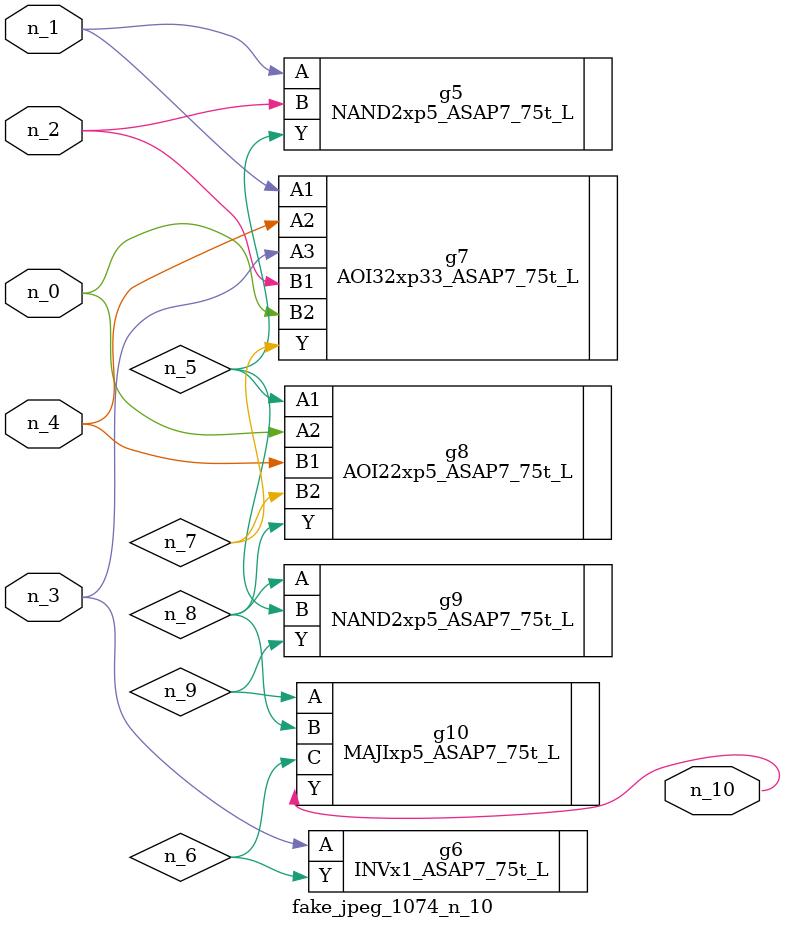
<source format=v>
module fake_jpeg_1074_n_10 (n_3, n_2, n_1, n_0, n_4, n_10);

input n_3;
input n_2;
input n_1;
input n_0;
input n_4;

output n_10;

wire n_8;
wire n_9;
wire n_6;
wire n_5;
wire n_7;

NAND2xp5_ASAP7_75t_L g5 ( 
.A(n_1),
.B(n_2),
.Y(n_5)
);

INVx1_ASAP7_75t_L g6 ( 
.A(n_3),
.Y(n_6)
);

AOI32xp33_ASAP7_75t_L g7 ( 
.A1(n_1),
.A2(n_4),
.A3(n_3),
.B1(n_2),
.B2(n_0),
.Y(n_7)
);

AOI22xp5_ASAP7_75t_L g8 ( 
.A1(n_5),
.A2(n_0),
.B1(n_4),
.B2(n_7),
.Y(n_8)
);

NAND2xp5_ASAP7_75t_L g9 ( 
.A(n_8),
.B(n_5),
.Y(n_9)
);

MAJIxp5_ASAP7_75t_L g10 ( 
.A(n_9),
.B(n_8),
.C(n_6),
.Y(n_10)
);


endmodule
</source>
